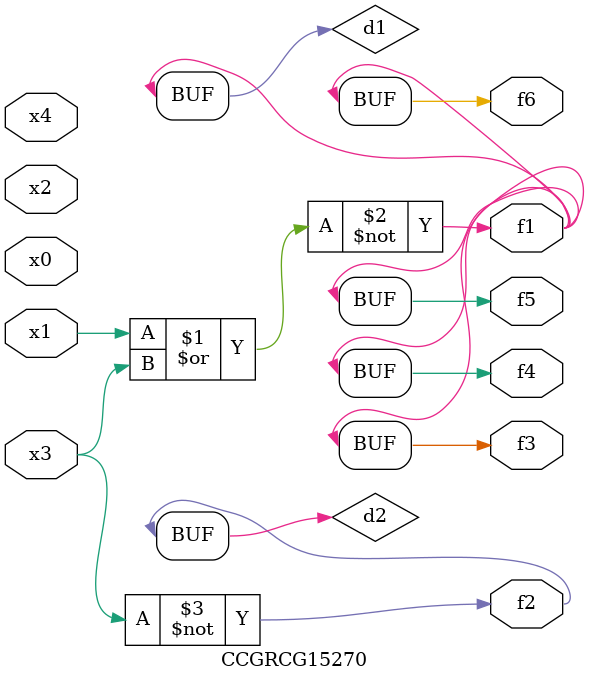
<source format=v>
module CCGRCG15270(
	input x0, x1, x2, x3, x4,
	output f1, f2, f3, f4, f5, f6
);

	wire d1, d2;

	nor (d1, x1, x3);
	not (d2, x3);
	assign f1 = d1;
	assign f2 = d2;
	assign f3 = d1;
	assign f4 = d1;
	assign f5 = d1;
	assign f6 = d1;
endmodule

</source>
